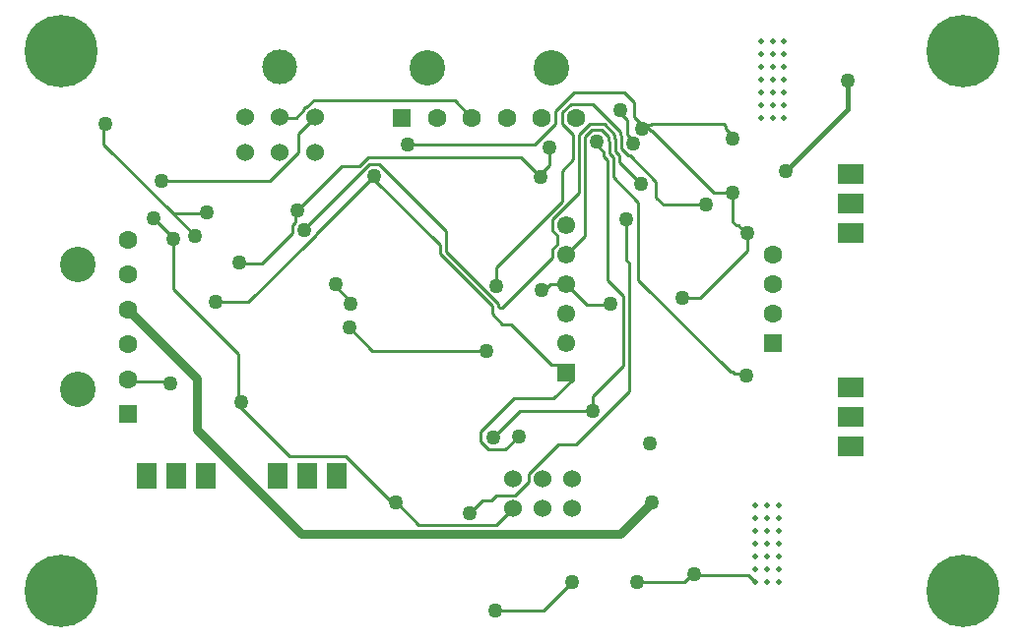
<source format=gbl>
G04*
G04 #@! TF.GenerationSoftware,Altium Limited,Altium Designer,25.0.2 (28)*
G04*
G04 Layer_Physical_Order=2*
G04 Layer_Color=16711680*
%FSLAX24Y24*%
%MOIN*%
G70*
G04*
G04 #@! TF.SameCoordinates,F43946D6-5F3C-42AA-9141-687AF705E6AB*
G04*
G04*
G04 #@! TF.FilePolarity,Positive*
G04*
G01*
G75*
%ADD11C,0.0100*%
%ADD51R,0.0701X0.0902*%
%ADD57R,0.0902X0.0701*%
%ADD60C,0.0300*%
%ADD61C,0.0170*%
%ADD62C,0.0630*%
%ADD63R,0.0630X0.0630*%
%ADD64C,0.0610*%
%ADD65R,0.0610X0.0610*%
%ADD66C,0.0600*%
%ADD67C,0.1181*%
%ADD68C,0.2461*%
%ADD69C,0.0632*%
%ADD70C,0.1201*%
%ADD71R,0.0632X0.0632*%
%ADD72R,0.0632X0.0632*%
%ADD73C,0.0500*%
%ADD74C,0.0197*%
D11*
X31316Y36011D02*
G03*
X31244Y35938I280J-353D01*
G01*
X42784Y35407D02*
X42979Y35212D01*
X42373Y34755D02*
Y34863D01*
X41773Y34507D02*
X41900Y34379D01*
X42175Y35061D02*
X42373Y34863D01*
X41500Y30122D02*
Y34214D01*
X42279Y34355D02*
X43150Y33484D01*
X41370Y34344D02*
Y34502D01*
X41900Y34150D02*
Y34379D01*
X41752Y34948D02*
X41773Y34927D01*
X41370Y34344D02*
X41500Y34214D01*
X41573Y34424D02*
Y34844D01*
X42684Y35321D02*
X42723Y35360D01*
X41773Y34507D02*
Y34927D01*
X41973Y34589D02*
Y35042D01*
X42175Y35061D02*
Y35567D01*
X42749Y35334D02*
Y35386D01*
X41973Y34589D02*
X42207Y34355D01*
X41700Y33634D02*
Y34297D01*
X42207Y34355D02*
X42279D01*
X41573Y34424D02*
X41700Y34297D01*
X41552Y34865D02*
X41573Y34844D01*
X42684Y35268D02*
Y35321D01*
X41552Y34865D02*
Y34994D01*
X41752Y34948D02*
Y35077D01*
X41318Y35229D02*
X41552Y34994D01*
X41152Y34720D02*
Y34829D01*
Y34720D02*
X41370Y34502D01*
X42784Y35422D02*
X42796Y35410D01*
X41952Y35063D02*
X41973Y35042D01*
X42979Y35212D02*
X42994D01*
X43008Y35432D02*
X45453D01*
X42400Y35683D02*
Y36166D01*
Y35683D02*
X42723Y35360D01*
X42749Y35386D02*
X42784Y35422D01*
X42796Y35410D02*
X42986D01*
X43008Y35432D01*
X42994Y35212D02*
X45106Y33100D01*
X42066Y36500D02*
X42400Y36166D01*
X41952Y35063D02*
Y35160D01*
X43150Y32950D02*
Y33484D01*
X41400Y35429D02*
X41752Y35077D01*
X41950Y35792D02*
X42175Y35567D01*
X41483Y35629D02*
X41952Y35160D01*
X41950Y35792D02*
Y35900D01*
X41005Y36103D02*
X41480Y35629D01*
X40550Y35075D02*
X40903Y35429D01*
X40750Y34992D02*
X40986Y35229D01*
X40903Y35429D02*
X41400D01*
X40986Y35229D02*
X41318D01*
X41480Y35629D02*
X41483D01*
X40750Y31650D02*
Y34992D01*
X40260Y36103D02*
X41005D01*
X40550Y33094D02*
Y35075D01*
X41900Y34150D02*
X42650Y33400D01*
X39379Y29793D02*
X39586Y30000D01*
X39270Y29793D02*
X39379D01*
X37934Y29200D02*
X39645Y30911D01*
X39586Y30000D02*
X40100D01*
X39645Y31811D02*
Y32189D01*
X39791Y31334D02*
Y31666D01*
X37750Y30576D02*
X39966Y32792D01*
X39645Y30911D02*
Y31189D01*
X39791Y31334D01*
X39645Y31811D02*
X39791Y31666D01*
X39645Y32189D02*
X40550Y33094D01*
X40100Y30000D02*
X40800Y29300D01*
X41550D01*
X41600Y29350D01*
X41500Y30122D02*
X42028Y29595D01*
X45453Y35432D02*
X45512Y35374D01*
Y35273D02*
Y35374D01*
X45106Y33100D02*
X45750D01*
X40374Y36500D02*
X42066D01*
X39738Y35864D02*
X40374Y36500D01*
X39987Y35830D02*
X40260Y36103D01*
X39987Y35444D02*
Y35830D01*
X39738Y35444D02*
Y35864D01*
X39550Y34048D02*
Y34650D01*
X34750Y34750D02*
X39044D01*
X39500Y34450D02*
Y34600D01*
X39242Y33637D02*
X39277Y33673D01*
X39044Y34750D02*
X39738Y35444D01*
X39500Y34600D02*
X39550Y34650D01*
X39300Y33798D02*
X39550Y34048D01*
X39987Y35444D02*
X40350Y35081D01*
Y34221D02*
Y35081D01*
X40100Y31000D02*
X40750Y31650D01*
X41700Y33634D02*
X42550Y32784D01*
X37851Y29200D02*
X37934D01*
X36027Y31108D02*
X37793Y29342D01*
Y29258D02*
X37851Y29200D01*
X37793Y29258D02*
Y29342D01*
X46126Y26974D02*
X46197Y26903D01*
X42550Y30134D02*
X45660Y27024D01*
X45747D01*
X45797Y26974D02*
X46126D01*
X45747Y27024D02*
X45797Y26974D01*
X38579Y34300D02*
X39229Y33650D01*
X39300D01*
X45750Y34945D02*
Y35034D01*
X45512Y35273D02*
X45750Y35034D01*
X33401Y34300D02*
X38579D01*
X39300Y33650D02*
Y33798D01*
X36850Y22250D02*
X37277Y22677D01*
X37577D01*
X37750Y21850D02*
X38300Y22400D01*
X35100Y21850D02*
X37750D01*
X34425Y22525D02*
X35100Y21850D01*
X34275Y22525D02*
X34425D01*
X37577Y22677D02*
X37750Y22850D01*
X45857Y31993D02*
X45928D01*
X46171Y31750D01*
X46250D01*
X45750Y32100D02*
X45857Y31993D01*
X46250Y31150D02*
Y31750D01*
X44650Y29550D02*
X46250Y31150D01*
X45750Y32100D02*
Y33100D01*
X44050Y29550D02*
X44650D01*
X29035Y25935D02*
X29105Y26005D01*
X34275Y22525D02*
X34350Y22600D01*
X32625Y24175D02*
X34275Y22525D01*
X25327Y26714D02*
X26636D01*
X26700Y26650D01*
X25263Y26778D02*
X25327Y26714D01*
X26800Y29825D02*
X29000Y27625D01*
Y25969D02*
Y27625D01*
Y25969D02*
X29035Y25935D01*
X37750Y22850D02*
X38386D01*
X29000Y25900D02*
X30725Y24175D01*
X32625D01*
X39845Y27255D02*
X40100Y27000D01*
X38227Y28643D02*
X39614Y27255D01*
X39845D01*
X40325Y26937D02*
X40355Y26967D01*
X40325Y26775D02*
Y26937D01*
X32778Y28522D02*
X33550Y27750D01*
X32778Y28522D02*
Y28550D01*
X32309Y29916D02*
X32800Y29425D01*
Y29350D02*
Y29425D01*
X33550Y27750D02*
X37400D01*
X29050Y30750D02*
X29100Y30700D01*
X29800D01*
X32309Y29991D02*
X32434D01*
X32309Y29916D02*
Y29991D01*
X43150Y32950D02*
X43400Y32700D01*
X44105Y19900D02*
X44380Y20175D01*
X42500Y19900D02*
X44105D01*
X44450Y20150D02*
X46257D01*
X44380Y20175D02*
X44425D01*
X46257Y20150D02*
X46506Y19901D01*
X26400Y33500D02*
X30074D01*
X31051Y34477D01*
Y35113D02*
X31596Y35658D01*
X31051Y34477D02*
Y35113D01*
X24450Y34750D02*
X26800Y32400D01*
X43400Y32700D02*
X44850D01*
X26800Y29825D02*
Y31550D01*
X41000Y26200D02*
X42028Y27228D01*
Y29595D01*
X40426Y24560D02*
X42228Y26362D01*
X42150Y30803D02*
X42228Y30725D01*
Y26362D02*
Y30725D01*
X42150Y30803D02*
Y32207D01*
X42550Y30134D02*
Y32784D01*
X39966Y33837D02*
X40350Y34221D01*
X39966Y32792D02*
Y33837D01*
X26150Y32225D02*
Y32250D01*
X26800Y31550D02*
Y31575D01*
X26150Y32225D02*
X26800Y31575D01*
Y32400D02*
X27550Y31650D01*
X24450Y35400D02*
X24500Y35450D01*
X24450Y34750D02*
Y35400D01*
X37700Y18950D02*
X39350D01*
X40300Y19900D01*
X31345Y36034D02*
X31562Y36250D01*
X31316Y36011D02*
X31345Y36034D01*
X31221Y35909D02*
X31244Y35938D01*
X36296Y36250D02*
X36326Y36221D01*
X31562Y36250D02*
X36296D01*
X30960Y35648D02*
X31221Y35909D01*
X36326Y36221D02*
X36909Y35637D01*
X31000Y32500D02*
X32500Y34000D01*
X30934Y32434D02*
X31000Y32500D01*
X26800Y32400D02*
X27900D01*
X27950Y32450D01*
X35827Y31025D02*
Y31323D01*
X36027Y31108D02*
Y31805D01*
X35827Y31025D02*
X37593Y29259D01*
X37750Y29950D02*
Y30576D01*
X37593Y28994D02*
Y29259D01*
X33101Y34000D02*
X33401Y34300D01*
X30415Y35648D02*
X30960D01*
X38550Y25700D02*
X41000D01*
X33550Y33600D02*
X33608Y33658D01*
X31250Y31866D02*
X33442Y34058D01*
X33774D02*
X36027Y31805D01*
X33442Y34058D02*
X33774D01*
X31650Y31684D02*
Y31700D01*
X37944Y28643D02*
X38227D01*
X30934Y32100D02*
Y32434D01*
X37593Y28994D02*
X37944Y28643D01*
X30850Y32016D02*
X30934Y32100D01*
X31650Y31700D02*
X33550Y33600D01*
X30850Y31750D02*
Y32016D01*
X29800Y30700D02*
X30850Y31750D01*
X32500Y34000D02*
X33101D01*
X33550Y33600D02*
X35827Y31323D01*
X31416Y31450D02*
X31650Y31684D01*
X39681Y26131D02*
X40325Y26775D01*
X31250Y31850D02*
Y31866D01*
X29350Y29400D02*
X31400Y31450D01*
X31416D01*
X28250Y29400D02*
X29350D01*
X37216Y24668D02*
Y25016D01*
X37484Y24400D02*
X38050D01*
X38500Y24850D01*
X37216Y24668D02*
X37484Y24400D01*
X37216Y25016D02*
X38331Y26131D01*
X39681D01*
X37650Y24800D02*
X38550Y25700D01*
X41000D02*
Y26200D01*
X39824Y24560D02*
X40426D01*
X38850Y23586D02*
X39824Y24560D01*
X38386Y22850D02*
X38850Y23314D01*
Y23586D01*
D51*
X30350Y23500D02*
D03*
X31350D02*
D03*
X32350D02*
D03*
X27900D02*
D03*
X26900D02*
D03*
X25900D02*
D03*
D57*
X49750Y33750D02*
D03*
Y32750D02*
D03*
Y31750D02*
D03*
Y24500D02*
D03*
Y25500D02*
D03*
Y26500D02*
D03*
D60*
X41950Y21550D02*
X43000Y22600D01*
X27611Y25084D02*
X31145Y21550D01*
X41950D01*
X27611Y25084D02*
Y26792D01*
X25263Y29141D02*
X27611Y26792D01*
D61*
X49650Y35950D02*
Y36900D01*
X47550Y33850D02*
X49650Y35950D01*
D62*
X47100Y31000D02*
D03*
Y30000D02*
D03*
Y29000D02*
D03*
D63*
Y28000D02*
D03*
D64*
X40100Y32000D02*
D03*
Y31000D02*
D03*
Y28000D02*
D03*
Y29000D02*
D03*
Y30000D02*
D03*
D65*
Y27000D02*
D03*
D66*
X31596Y35658D02*
D03*
Y34477D02*
D03*
X30415Y35658D02*
D03*
Y34477D02*
D03*
X29234Y35658D02*
D03*
Y34477D02*
D03*
X40300Y23400D02*
D03*
Y22400D02*
D03*
X38300D02*
D03*
X39300D02*
D03*
X38300Y23400D02*
D03*
X39300D02*
D03*
D67*
X30415Y37359D02*
D03*
D68*
X22996Y37903D02*
D03*
Y19620D02*
D03*
X53547D02*
D03*
Y37903D02*
D03*
D69*
X25263Y31503D02*
D03*
Y30322D02*
D03*
Y29141D02*
D03*
Y27959D02*
D03*
Y26778D02*
D03*
X35728Y35637D02*
D03*
X36909D02*
D03*
X38091D02*
D03*
X39272D02*
D03*
X40453D02*
D03*
D70*
X23562Y26444D02*
D03*
Y30656D02*
D03*
X39606Y37338D02*
D03*
X35394D02*
D03*
D71*
X25263Y25597D02*
D03*
D72*
X34547Y35637D02*
D03*
D73*
X42373Y34755D02*
D03*
X42684Y35268D02*
D03*
X41152Y34829D02*
D03*
X41950Y35900D02*
D03*
X39270Y29793D02*
D03*
X39550Y34650D02*
D03*
X42650Y33400D02*
D03*
X46197Y26903D02*
D03*
X42950Y24600D02*
D03*
X39242Y33637D02*
D03*
X45750Y34945D02*
D03*
X36850Y22250D02*
D03*
X46250Y31750D02*
D03*
X45750Y33100D02*
D03*
X34350Y22600D02*
D03*
X29105Y26005D02*
D03*
X26700Y26650D02*
D03*
X32778Y28550D02*
D03*
X32800Y29350D02*
D03*
X29050Y30750D02*
D03*
X32309Y29991D02*
D03*
X37400Y27750D02*
D03*
X44425Y20175D02*
D03*
X26400Y33500D02*
D03*
X44850Y32700D02*
D03*
X34750Y34750D02*
D03*
X41600Y29350D02*
D03*
X44050Y29550D02*
D03*
X47550Y33850D02*
D03*
X26150Y32250D02*
D03*
X26800Y31550D02*
D03*
X27550Y31650D02*
D03*
X42500Y19900D02*
D03*
X24500Y35450D02*
D03*
X37700Y18950D02*
D03*
X40300Y19900D02*
D03*
X43000Y22600D02*
D03*
X27950Y32450D02*
D03*
X37750Y29950D02*
D03*
X42150Y32207D02*
D03*
X41000Y25700D02*
D03*
X49650Y36900D02*
D03*
X33608Y33658D02*
D03*
X31000Y32500D02*
D03*
X31250Y31850D02*
D03*
X38500Y24850D02*
D03*
X37650Y24800D02*
D03*
X28250Y29400D02*
D03*
D74*
X46506Y22499D02*
D03*
Y22066D02*
D03*
Y21633D02*
D03*
Y21200D02*
D03*
Y20767D02*
D03*
Y20334D02*
D03*
Y19901D02*
D03*
X47294Y22499D02*
D03*
Y22066D02*
D03*
Y21633D02*
D03*
Y21200D02*
D03*
Y20767D02*
D03*
Y20334D02*
D03*
Y19901D02*
D03*
X46900Y22499D02*
D03*
Y22066D02*
D03*
Y21633D02*
D03*
Y21200D02*
D03*
Y20767D02*
D03*
Y20334D02*
D03*
Y19901D02*
D03*
X47092Y35649D02*
D03*
Y36082D02*
D03*
Y36515D02*
D03*
Y36948D02*
D03*
Y37381D02*
D03*
Y37815D02*
D03*
Y38248D02*
D03*
X47485Y35649D02*
D03*
Y36082D02*
D03*
Y36515D02*
D03*
Y36948D02*
D03*
Y37381D02*
D03*
Y37815D02*
D03*
Y38248D02*
D03*
X46698Y35649D02*
D03*
Y36082D02*
D03*
Y36515D02*
D03*
Y36948D02*
D03*
Y37381D02*
D03*
Y37815D02*
D03*
Y38248D02*
D03*
M02*

</source>
